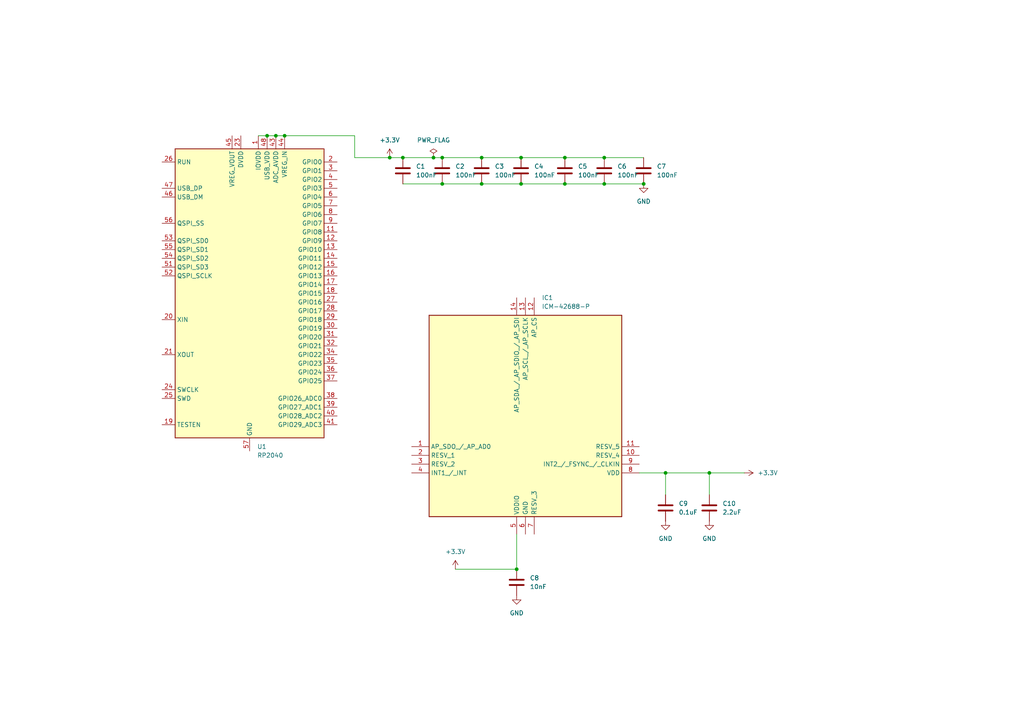
<source format=kicad_sch>
(kicad_sch (version 20231120) (generator "eeschema") (generator_version "8.0")
  (paper "A4")
  (lib_symbols
    (symbol "Device:C" (pin_numbers hide) (pin_names (offset 0.254))
      (property "Reference" "C" (at 0.635 2.54 0))
      (property "Value" "C" (at 0.635 -2.54 0))
      (symbol "C_0_1"
        (polyline (pts (xy -2.032 -0.762) (xy 2.032 -0.762)) (stroke (width 0.508)))
        (polyline (pts (xy -2.032 0.762) (xy 2.032 0.762)) (stroke (width 0.508)))
      )
      (symbol "C_1_1"
        (pin passive line (at 0 3.81 270) (length 2.794) (name "~") (number "1"))
        (pin passive line (at 0 -3.81 90) (length 2.794) (name "~") (number "2"))
      )
    )
    (symbol "ICM-42688-P:ICM-42688-P"
      (property "Reference" "IC" (at 62.23 43.18 0))
      (property "Value" "ICM-42688-P" (at 62.23 40.64 0))
      (symbol "ICM-42688-P_1_1"
        (rectangle (start 5.08 38.1) (end 60.96 -20.32) (stroke (width 0.254)) (fill (type background)))
        (pin passive line (at 0 0 0) (length 5.08) (name "AP_SDO_/_AP_AD0") (number "1"))
        (pin passive line (at 66.04 -2.54 180) (length 5.08) (name "RESV_4") (number "10"))
        (pin passive line (at 66.04 0 180) (length 5.08) (name "RESV_5") (number "11"))
        (pin passive line (at 35.56 43.18 270) (length 5.08) (name "AP_CS") (number "12"))
        (pin passive line (at 33.02 43.18 270) (length 5.08) (name "AP_SCL_/_AP_SCLK") (number "13"))
        (pin passive line (at 30.48 43.18 270) (length 5.08) (name "AP_SDA_/_AP_SDIO_/_AP_SDI") (number "14"))
        (pin passive line (at 0 -2.54 0) (length 5.08) (name "RESV_1") (number "2"))
        (pin passive line (at 0 -5.08 0) (length 5.08) (name "RESV_2") (number "3"))
        (pin passive line (at 0 -7.62 0) (length 5.08) (name "INT1_/_INT") (number "4"))
        (pin passive line (at 30.48 -25.4 90) (length 5.08) (name "VDDIO") (number "5"))
        (pin passive line (at 33.02 -25.4 90) (length 5.08) (name "GND") (number "6"))
        (pin passive line (at 35.56 -25.4 90) (length 5.08) (name "RESV_3") (number "7"))
        (pin passive line (at 66.04 -7.62 180) (length 5.08) (name "VDD") (number "8"))
        (pin passive line (at 66.04 -5.08 180) (length 5.08) (name "INT2_/_FSYNC_/_CLKIN") (number "9"))
      )
    )
    (symbol "MCU_RaspberryPi:RP2040"
      (property "Reference" "U" (at 17.78 45.72 0))
      (property "Value" "RP2040" (at 17.78 43.18 0))
      (symbol "RP2040_0_1"
        (rectangle (start -21.59 41.91) (end 21.59 -41.91) (stroke (width 0.254)) (fill (type background)))
      )
      (symbol "RP2040_1_1"
        (pin power_in line (at 2.54 45.72 270) (length 3.81) (name "IOVDD") (number "1"))
        (pin passive line (at 2.54 45.72 270) (length 3.81) hide (name "IOVDD") (number "10"))
        (pin bidirectional line (at 25.4 17.78 180) (length 3.81) (name "GPIO8") (number "11"))
        (pin bidirectional line (at 25.4 15.24 180) (length 3.81) (name "GPIO9") (number "12"))
        (pin bidirectional line (at 25.4 12.7 180) (length 3.81) (name "GPIO10") (number "13"))
        (pin bidirectional line (at 25.4 10.16 180) (length 3.81) (name "GPIO11") (number "14"))
        (pin bidirectional line (at 25.4 7.62 180) (length 3.81) (name "GPIO12") (number "15"))
        (pin bidirectional line (at 25.4 5.08 180) (length 3.81) (name "GPIO13") (number "16"))
        (pin bidirectional line (at 25.4 2.54 180) (length 3.81) (name "GPIO14") (number "17"))
        (pin bidirectional line (at 25.4 0 180) (length 3.81) (name "GPIO15") (number "18"))
        (pin input line (at -25.4 -38.1 0) (length 3.81) (name "TESTEN") (number "19"))
        (pin bidirectional line (at 25.4 38.1 180) (length 3.81) (name "GPIO0") (number "2"))
        (pin input line (at -25.4 -7.62 0) (length 3.81) (name "XIN") (number "20"))
        (pin passive line (at -25.4 -17.78 0) (length 3.81) (name "XOUT") (number "21"))
        (pin passive line (at 2.54 45.72 270) (length 3.81) hide (name "IOVDD") (number "22"))
        (pin power_in line (at -2.54 45.72 270) (length 3.81) (name "DVDD") (number "23"))
        (pin input line (at -25.4 -27.94 0) (length 3.81) (name "SWCLK") (number "24"))
        (pin bidirectional line (at -25.4 -30.48 0) (length 3.81) (name "SWD") (number "25"))
        (pin input line (at -25.4 38.1 0) (length 3.81) (name "RUN") (number "26"))
        (pin bidirectional line (at 25.4 -2.54 180) (length 3.81) (name "GPIO16") (number "27"))
        (pin bidirectional line (at 25.4 -5.08 180) (length 3.81) (name "GPIO17") (number "28"))
        (pin bidirectional line (at 25.4 -7.62 180) (length 3.81) (name "GPIO18") (number "29"))
        (pin bidirectional line (at 25.4 35.56 180) (length 3.81) (name "GPIO1") (number "3"))
        (pin bidirectional line (at 25.4 -10.16 180) (length 3.81) (name "GPIO19") (number "30"))
        (pin bidirectional line (at 25.4 -12.7 180) (length 3.81) (name "GPIO20") (number "31"))
        (pin bidirectional line (at 25.4 -15.24 180) (length 3.81) (name "GPIO21") (number "32"))
        (pin passive line (at 2.54 45.72 270) (length 3.81) hide (name "IOVDD") (number "33"))
        (pin bidirectional line (at 25.4 -17.78 180) (length 3.81) (name "GPIO22") (number "34"))
        (pin bidirectional line (at 25.4 -20.32 180) (length 3.81) (name "GPIO23") (number "35"))
        (pin bidirectional line (at 25.4 -22.86 180) (length 3.81) (name "GPIO24") (number "36"))
        (pin bidirectional line (at 25.4 -25.4 180) (length 3.81) (name "GPIO25") (number "37"))
        (pin bidirectional line (at 25.4 -30.48 180) (length 3.81) (name "GPIO26_ADC0") (number "38"))
        (pin bidirectional line (at 25.4 -33.02 180) (length 3.81) (name "GPIO27_ADC1") (number "39"))
        (pin bidirectional line (at 25.4 33.02 180) (length 3.81) (name "GPIO2") (number "4"))
        (pin bidirectional line (at 25.4 -35.56 180) (length 3.81) (name "GPIO28_ADC2") (number "40"))
        (pin bidirectional line (at 25.4 -38.1 180) (length 3.81) (name "GPIO29_ADC3") (number "41"))
        (pin passive line (at 2.54 45.72 270) (length 3.81) hide (name "IOVDD") (number "42"))
        (pin power_in line (at 7.62 45.72 270) (length 3.81) (name "ADC_AVDD") (number "43"))
        (pin power_in line (at 10.16 45.72 270) (length 3.81) (name "VREG_IN") (number "44"))
        (pin power_out line (at -5.08 45.72 270) (length 3.81) (name "VREG_VOUT") (number "45"))
        (pin bidirectional line (at -25.4 27.94 0) (length 3.81) (name "USB_DM") (number "46"))
        (pin bidirectional line (at -25.4 30.48 0) (length 3.81) (name "USB_DP") (number "47"))
        (pin power_in line (at 5.08 45.72 270) (length 3.81) (name "USB_VDD") (number "48"))
        (pin passive line (at 2.54 45.72 270) (length 3.81) hide (name "IOVDD") (number "49"))
        (pin bidirectional line (at 25.4 30.48 180) (length 3.81) (name "GPIO3") (number "5"))
        (pin passive line (at -2.54 45.72 270) (length 3.81) hide (name "DVDD") (number "50"))
        (pin bidirectional line (at -25.4 7.62 0) (length 3.81) (name "QSPI_SD3") (number "51"))
        (pin output line (at -25.4 5.08 0) (length 3.81) (name "QSPI_SCLK") (number "52"))
        (pin bidirectional line (at -25.4 15.24 0) (length 3.81) (name "QSPI_SD0") (number "53"))
        (pin bidirectional line (at -25.4 10.16 0) (length 3.81) (name "QSPI_SD2") (number "54"))
        (pin bidirectional line (at -25.4 12.7 0) (length 3.81) (name "QSPI_SD1") (number "55"))
        (pin bidirectional line (at -25.4 20.32 0) (length 3.81) (name "QSPI_SS") (number "56"))
        (pin power_in line (at 0 -45.72 90) (length 3.81) (name "GND") (number "57"))
        (pin bidirectional line (at 25.4 27.94 180) (length 3.81) (name "GPIO4") (number "6"))
        (pin bidirectional line (at 25.4 25.4 180) (length 3.81) (name "GPIO5") (number "7"))
        (pin bidirectional line (at 25.4 22.86 180) (length 3.81) (name "GPIO6") (number "8"))
        (pin bidirectional line (at 25.4 20.32 180) (length 3.81) (name "GPIO7") (number "9"))
      )
    )
    (symbol "power:+3.3V" (power) (pin_numbers hide) (pin_names (offset 0) hide)
      (property "Value" "+3.3V" (at 0 3.556 0))
      (symbol "+3.3V_0_1"
        (polyline (pts (xy -0.762 1.27) (xy 0 2.54)))
        (polyline (pts (xy 0 0) (xy 0 2.54)))
        (polyline (pts (xy 0 2.54) (xy 0.762 1.27)))
      )
      (symbol "+3.3V_1_1"
        (pin power_in line (at 0 0 90) (length 0) (name "~") (number "1"))
      )
    )
    (symbol "power:GND" (power) (pin_numbers hide) (pin_names (offset 0) hide)
      (property "Value" "GND" (at 0 -3.81 0))
      (symbol "GND_0_1"
        (polyline (pts (xy 0 0) (xy 0 -1.27) (xy 1.27 -1.27) (xy 0 -2.54) (xy -1.27 -1.27) (xy 0 -1.27)))
      )
      (symbol "GND_1_1"
        (pin power_in line (at 0 0 270) (length 0) (name "~") (number "1"))
      )
    )
    (symbol "power:PWR_FLAG" (power) (pin_numbers hide) (pin_names (offset 0) hide)
      (property "Value" "PWR_FLAG" (at 0 3.81 0))
      (symbol "PWR_FLAG_0_0"
        (pin power_out line (at 0 0 90) (length 0) (name "~") (number "1"))
      )
      (symbol "PWR_FLAG_0_1"
        (polyline (pts (xy 0 0) (xy 0 1.27) (xy -1.016 1.905) (xy 0 2.54) (xy 1.016 1.905) (xy 0 1.27)))
      )
    )
  )
  (junction (at 82.55 39.37))
  (junction (at 175.26 45.72))
  (junction (at 151.13 45.72))
  (junction (at 205.74 137.16))
  (junction (at 80.01 39.37))
  (junction (at 149.86 165.1))
  (junction (at 125.73 45.72))
  (junction (at 113.03 45.72))
  (junction (at 116.84 45.72))
  (junction (at 193.04 137.16))
  (junction (at 186.69 53.34))
  (junction (at 139.7 45.72))
  (junction (at 139.7 53.34))
  (junction (at 77.47 39.37))
  (junction (at 175.26 53.34))
  (junction (at 163.83 53.34))
  (junction (at 151.13 53.34))
  (junction (at 128.27 45.72))
  (junction (at 163.83 45.72))
  (junction (at 128.27 53.34))
  (wire (pts (xy 149.86 165.1) (xy 149.86 154.94)))
  (wire (pts (xy 175.26 45.72) (xy 186.69 45.72)))
  (wire (pts (xy 151.13 45.72) (xy 163.83 45.72)))
  (wire (pts (xy 163.83 53.34) (xy 175.26 53.34)))
  (wire (pts (xy 116.84 45.72) (xy 125.73 45.72)))
  (wire (pts (xy 80.01 39.37) (xy 77.47 39.37)))
  (wire (pts (xy 193.04 137.16) (xy 205.74 137.16)))
  (wire (pts (xy 116.84 53.34) (xy 128.27 53.34)))
  (wire (pts (xy 128.27 53.34) (xy 139.7 53.34)))
  (wire (pts (xy 185.42 137.16) (xy 193.04 137.16)))
  (wire (pts (xy 193.04 143.51) (xy 193.04 137.16)))
  (wire (pts (xy 102.87 39.37) (xy 82.55 39.37)))
  (wire (pts (xy 205.74 137.16) (xy 205.74 143.51)))
  (wire (pts (xy 113.03 45.72) (xy 102.87 45.72)))
  (wire (pts (xy 128.27 45.72) (xy 139.7 45.72)))
  (wire (pts (xy 139.7 53.34) (xy 151.13 53.34)))
  (wire (pts (xy 113.03 45.72) (xy 116.84 45.72)))
  (wire (pts (xy 151.13 53.34) (xy 163.83 53.34)))
  (wire (pts (xy 82.55 39.37) (xy 80.01 39.37)))
  (wire (pts (xy 175.26 53.34) (xy 186.69 53.34)))
  (wire (pts (xy 139.7 45.72) (xy 151.13 45.72)))
  (wire (pts (xy 77.47 39.37) (xy 74.93 39.37)))
  (wire (pts (xy 205.74 137.16) (xy 215.9 137.16)))
  (wire (pts (xy 163.83 45.72) (xy 175.26 45.72)))
  (wire (pts (xy 125.73 45.72) (xy 128.27 45.72)))
  (wire (pts (xy 102.87 45.72) (xy 102.87 39.37)))
  (wire (pts (xy 132.08 165.1) (xy 149.86 165.1)))
  (symbol (lib_id "power:GND") (at 205.74 151.13 0) (unit 1)
    (property "Reference" "#PWR05" (effects (hide yes)))
    (property "Value" "GND" (at 205.74 156.21 0))
    (property "Description" "Power symbol creates a global label with name \"GND\" , ground" (effects (hide yes)))
  )
  (symbol (lib_id "ICM-42688-P:ICM-42688-P") (at 119.38 129.54 0) (unit 1)
    (property "Reference" "IC1" (at 157.1341 86.36 0) (effects (justify left)))
    (property "Value" "ICM-42688-P" (at 157.1341 88.9 0) (effects (justify left)))
    (property "Footprint" "IIM42352" (effects (hide yes)))
    (property "Datasheet" "https://3cfeqx1hf82y3xcoull08ihx-wpengine.netdna-ssl.com/wp-content/uploads/2021/06/DS-000347-ICM-42688-P-v1.5.pdf" (effects (hide yes)))
    (property "Description" "IMU (Inertial Measurement Unit), 6-Axis, Accelerometer, Gyroscope" (effects (hide yes)))
    (property "Manufacturer_Name" "TDK" (effects (hide yes)))
    (property "Manufacturer_Part_Number" "ICM-42688-P" (effects (hide yes)))
    (property "Mouser Part Number" "410-ICM-42688-P" (effects (hide yes)))
    (property "Mouser Price/Stock" "https://www.mouser.co.uk/ProductDetail/TDK-InvenSense/ICM-42688-P?qs=OlC7AqGiEDk8QrNAV728zw%3D%3D" (effects (hide yes)))
    (property "Arrow Part Number" "ICM-42688-P" (effects (hide yes)))
    (property "Arrow Price/Stock" "https://www.arrow.com/en/products/icm-42688-p/invensense?utm_currency=USD&region=nac" (effects (hide yes)))
  )
  (symbol (lib_id "power:GND") (at 193.04 151.13 0) (unit 1)
    (property "Reference" "#PWR04" (effects (hide yes)))
    (property "Value" "GND" (at 193.04 156.21 0))
    (property "Description" "Power symbol creates a global label with name \"GND\" , ground" (effects (hide yes)))
  )
  (symbol (lib_id "power:+3.3V") (at 215.9 137.16 270) (unit 1)
    (property "Reference" "#PWR07" (effects (hide yes)))
    (property "Value" "+3.3V" (at 219.71 137.1599 90) (effects (justify left)))
    (property "Description" "Power symbol creates a global label with name \"+3.3V\"" (effects (hide yes)))
  )
  (symbol (lib_id "Device:C") (at 186.69 49.53 0) (unit 1)
    (property "Reference" "C7" (at 190.5 48.2599 0) (effects (justify left)))
    (property "Value" "100nF" (at 190.5 50.7999 0) (effects (justify left)))
    (property "Description" "Unpolarized capacitor" (effects (hide yes)))
  )
  (symbol (lib_id "Device:C") (at 175.26 49.53 0) (unit 1)
    (property "Reference" "C6" (at 179.07 48.2599 0) (effects (justify left)))
    (property "Value" "100nF" (at 179.07 50.7999 0) (effects (justify left)))
    (property "Description" "Unpolarized capacitor" (effects (hide yes)))
  )
  (symbol (lib_id "power:GND") (at 186.69 53.34 0) (unit 1)
    (property "Reference" "#PWR01" (effects (hide yes)))
    (property "Value" "GND" (at 186.69 58.42 0))
    (property "Description" "Power symbol creates a global label with name \"GND\" , ground" (effects (hide yes)))
  )
  (symbol (lib_id "Device:C") (at 193.04 147.32 0) (unit 1)
    (property "Reference" "C9" (at 196.85 146.0499 0) (effects (justify left)))
    (property "Value" "0.1uF" (at 196.85 148.5899 0) (effects (justify left)))
    (property "Description" "Unpolarized capacitor" (effects (hide yes)))
  )
  (symbol (lib_id "Device:C") (at 205.74 147.32 0) (unit 1)
    (property "Reference" "C10" (at 209.55 146.0499 0) (effects (justify left)))
    (property "Value" "2.2uF" (at 209.55 148.5899 0) (effects (justify left)))
    (property "Description" "Unpolarized capacitor" (effects (hide yes)))
  )
  (symbol (lib_id "power:GND") (at 149.86 172.72 0) (unit 1)
    (property "Reference" "#PWR03" (effects (hide yes)))
    (property "Value" "GND" (at 149.86 177.8 0))
    (property "Description" "Power symbol creates a global label with name \"GND\" , ground" (effects (hide yes)))
  )
  (symbol (lib_id "MCU_RaspberryPi:RP2040") (at 72.39 85.09 0) (unit 1)
    (property "Reference" "U1" (at 74.5841 129.54 0) (effects (justify left)))
    (property "Value" "RP2040" (at 74.5841 132.08 0) (effects (justify left)))
    (property "Footprint" "Package_DFN_QFN:QFN-56-1EP_7x7mm_P0.4mm_EP3.2x3.2mm" (effects (hide yes)))
    (property "Datasheet" "https://datasheets.raspberrypi.com/rp2040/rp2040-datasheet.pdf" (effects (hide yes)))
    (property "Description" "A microcontroller by Raspberry Pi" (effects (hide yes)))
  )
  (symbol (lib_id "Device:C") (at 151.13 49.53 0) (unit 1)
    (property "Reference" "C4" (at 154.94 48.2599 0) (effects (justify left)))
    (property "Value" "100nF" (at 154.94 50.7999 0) (effects (justify left)))
    (property "Description" "Unpolarized capacitor" (effects (hide yes)))
  )
  (symbol (lib_id "Device:C") (at 128.27 49.53 0) (unit 1)
    (property "Reference" "C2" (at 132.08 48.2599 0) (effects (justify left)))
    (property "Value" "100nF" (at 132.08 50.7999 0) (effects (justify left)))
    (property "Description" "Unpolarized capacitor" (effects (hide yes)))
  )
  (symbol (lib_id "power:PWR_FLAG") (at 125.73 45.72 0) (unit 1)
    (property "Reference" "#FLG01" (effects (hide yes)))
    (property "Value" "PWR_FLAG" (at 125.73 40.64 0))
    (property "Description" "Special symbol for telling ERC where power comes from" (effects (hide yes)))
  )
  (symbol (lib_id "Device:C") (at 163.83 49.53 0) (unit 1)
    (property "Reference" "C5" (at 167.64 48.2599 0) (effects (justify left)))
    (property "Value" "100nF" (at 167.64 50.7999 0) (effects (justify left)))
    (property "Description" "Unpolarized capacitor" (effects (hide yes)))
  )
  (symbol (lib_id "Device:C") (at 139.7 49.53 0) (unit 1)
    (property "Reference" "C3" (at 143.51 48.2599 0) (effects (justify left)))
    (property "Value" "100nF" (at 143.51 50.7999 0) (effects (justify left)))
    (property "Description" "Unpolarized capacitor" (effects (hide yes)))
  )
  (symbol (lib_id "power:+3.3V") (at 113.03 45.72 0) (unit 1)
    (property "Reference" "#PWR02" (effects (hide yes)))
    (property "Value" "+3.3V" (at 113.03 40.64 0))
    (property "Description" "Power symbol creates a global label with name \"+3.3V\"" (effects (hide yes)))
  )
  (symbol (lib_id "power:+3.3V") (at 132.08 165.1 0) (unit 1)
    (property "Reference" "#PWR06" (effects (hide yes)))
    (property "Value" "+3.3V" (at 132.08 160.02 0))
    (property "Description" "Power symbol creates a global label with name \"+3.3V\"" (effects (hide yes)))
  )
  (symbol (lib_id "Device:C") (at 116.84 49.53 0) (unit 1)
    (property "Reference" "C1" (at 120.65 48.2599 0) (effects (justify left)))
    (property "Value" "100nF" (at 120.65 50.7999 0) (effects (justify left)))
    (property "Description" "Unpolarized capacitor" (effects (hide yes)))
  )
  (symbol (lib_id "Device:C") (at 149.86 168.91 0) (unit 1)
    (property "Reference" "C8" (at 153.67 167.6399 0) (effects (justify left)))
    (property "Value" "10nF" (at 153.67 170.1799 0) (effects (justify left)))
    (property "Description" "Unpolarized capacitor" (effects (hide yes)))
  )
)
</source>
